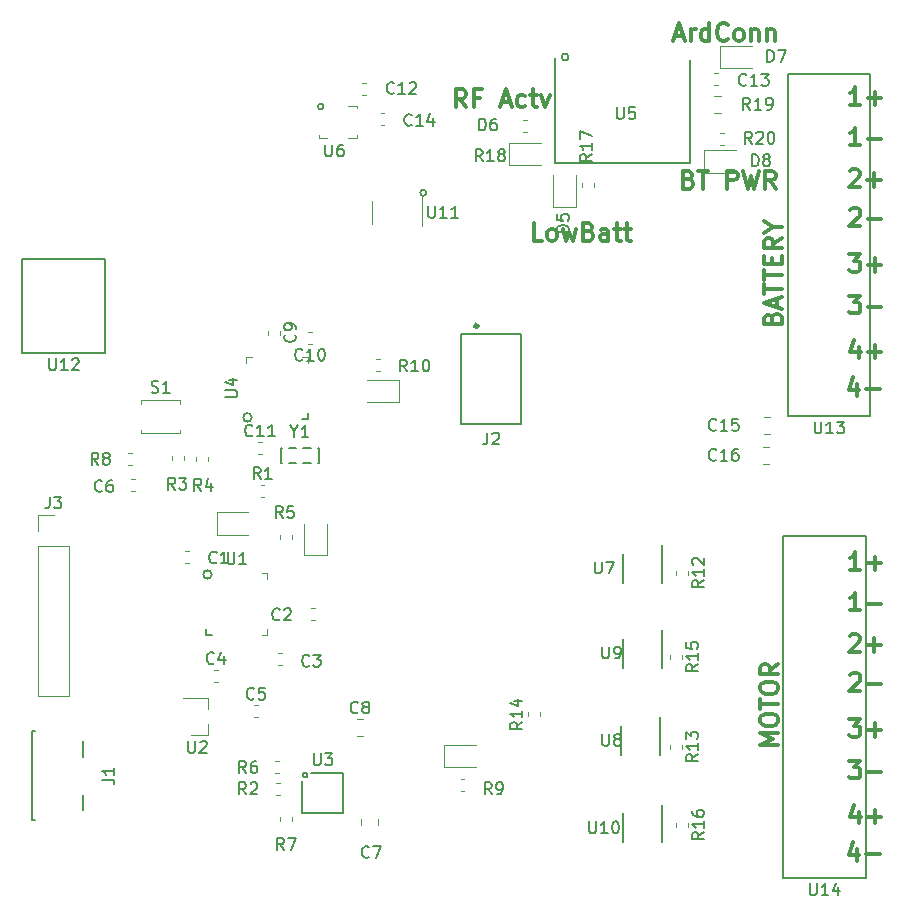
<source format=gbr>
G04 #@! TF.GenerationSoftware,KiCad,Pcbnew,(5.0.2)-1*
G04 #@! TF.CreationDate,2019-04-14T20:35:09-04:00*
G04 #@! TF.ProjectId,final_project,66696e61-6c5f-4707-926f-6a6563742e6b,rev?*
G04 #@! TF.SameCoordinates,Original*
G04 #@! TF.FileFunction,Legend,Top*
G04 #@! TF.FilePolarity,Positive*
%FSLAX46Y46*%
G04 Gerber Fmt 4.6, Leading zero omitted, Abs format (unit mm)*
G04 Created by KiCad (PCBNEW (5.0.2)-1) date 4/14/2019 8:35:09 PM*
%MOMM*%
%LPD*%
G01*
G04 APERTURE LIST*
%ADD10C,0.300000*%
%ADD11C,0.150000*%
%ADD12C,0.120000*%
%ADD13C,0.100000*%
G04 APERTURE END LIST*
D10*
X194157142Y-93023571D02*
X194157142Y-94023571D01*
X193800000Y-92452142D02*
X193442857Y-93523571D01*
X194371428Y-93523571D01*
X194942857Y-93452142D02*
X196085714Y-93452142D01*
X194302142Y-89848571D02*
X194302142Y-90848571D01*
X193945000Y-89277142D02*
X193587857Y-90348571D01*
X194516428Y-90348571D01*
X195087857Y-90277142D02*
X196230714Y-90277142D01*
X195659285Y-90848571D02*
X195659285Y-89705714D01*
X193587857Y-78251428D02*
X193659285Y-78180000D01*
X193802142Y-78108571D01*
X194159285Y-78108571D01*
X194302142Y-78180000D01*
X194373571Y-78251428D01*
X194445000Y-78394285D01*
X194445000Y-78537142D01*
X194373571Y-78751428D01*
X193516428Y-79608571D01*
X194445000Y-79608571D01*
X195087857Y-79037142D02*
X196230714Y-79037142D01*
X193542857Y-74951428D02*
X193614285Y-74880000D01*
X193757142Y-74808571D01*
X194114285Y-74808571D01*
X194257142Y-74880000D01*
X194328571Y-74951428D01*
X194400000Y-75094285D01*
X194400000Y-75237142D01*
X194328571Y-75451428D01*
X193471428Y-76308571D01*
X194400000Y-76308571D01*
X195042857Y-75737142D02*
X196185714Y-75737142D01*
X195614285Y-76308571D02*
X195614285Y-75165714D01*
X193516428Y-85538571D02*
X194445000Y-85538571D01*
X193945000Y-86110000D01*
X194159285Y-86110000D01*
X194302142Y-86181428D01*
X194373571Y-86252857D01*
X194445000Y-86395714D01*
X194445000Y-86752857D01*
X194373571Y-86895714D01*
X194302142Y-86967142D01*
X194159285Y-87038571D01*
X193730714Y-87038571D01*
X193587857Y-86967142D01*
X193516428Y-86895714D01*
X195087857Y-86467142D02*
X196230714Y-86467142D01*
X193516428Y-82008571D02*
X194445000Y-82008571D01*
X193945000Y-82580000D01*
X194159285Y-82580000D01*
X194302142Y-82651428D01*
X194373571Y-82722857D01*
X194445000Y-82865714D01*
X194445000Y-83222857D01*
X194373571Y-83365714D01*
X194302142Y-83437142D01*
X194159285Y-83508571D01*
X193730714Y-83508571D01*
X193587857Y-83437142D01*
X193516428Y-83365714D01*
X195087857Y-82937142D02*
X196230714Y-82937142D01*
X195659285Y-83508571D02*
X195659285Y-82365714D01*
X194445000Y-72808571D02*
X193587857Y-72808571D01*
X194016428Y-72808571D02*
X194016428Y-71308571D01*
X193873571Y-71522857D01*
X193730714Y-71665714D01*
X193587857Y-71737142D01*
X195087857Y-72237142D02*
X196230714Y-72237142D01*
X194445000Y-69408571D02*
X193587857Y-69408571D01*
X194016428Y-69408571D02*
X194016428Y-67908571D01*
X193873571Y-68122857D01*
X193730714Y-68265714D01*
X193587857Y-68337142D01*
X195087857Y-68837142D02*
X196230714Y-68837142D01*
X195659285Y-69408571D02*
X195659285Y-68265714D01*
X194157142Y-132393571D02*
X194157142Y-133393571D01*
X193800000Y-131822142D02*
X193442857Y-132893571D01*
X194371428Y-132893571D01*
X194942857Y-132822142D02*
X196085714Y-132822142D01*
X194302142Y-129218571D02*
X194302142Y-130218571D01*
X193945000Y-128647142D02*
X193587857Y-129718571D01*
X194516428Y-129718571D01*
X195087857Y-129647142D02*
X196230714Y-129647142D01*
X195659285Y-130218571D02*
X195659285Y-129075714D01*
X193516428Y-124908571D02*
X194445000Y-124908571D01*
X193945000Y-125480000D01*
X194159285Y-125480000D01*
X194302142Y-125551428D01*
X194373571Y-125622857D01*
X194445000Y-125765714D01*
X194445000Y-126122857D01*
X194373571Y-126265714D01*
X194302142Y-126337142D01*
X194159285Y-126408571D01*
X193730714Y-126408571D01*
X193587857Y-126337142D01*
X193516428Y-126265714D01*
X195087857Y-125837142D02*
X196230714Y-125837142D01*
X193516428Y-121378571D02*
X194445000Y-121378571D01*
X193945000Y-121950000D01*
X194159285Y-121950000D01*
X194302142Y-122021428D01*
X194373571Y-122092857D01*
X194445000Y-122235714D01*
X194445000Y-122592857D01*
X194373571Y-122735714D01*
X194302142Y-122807142D01*
X194159285Y-122878571D01*
X193730714Y-122878571D01*
X193587857Y-122807142D01*
X193516428Y-122735714D01*
X195087857Y-122307142D02*
X196230714Y-122307142D01*
X195659285Y-122878571D02*
X195659285Y-121735714D01*
X193587857Y-117621428D02*
X193659285Y-117550000D01*
X193802142Y-117478571D01*
X194159285Y-117478571D01*
X194302142Y-117550000D01*
X194373571Y-117621428D01*
X194445000Y-117764285D01*
X194445000Y-117907142D01*
X194373571Y-118121428D01*
X193516428Y-118978571D01*
X194445000Y-118978571D01*
X195087857Y-118407142D02*
X196230714Y-118407142D01*
X193542857Y-114321428D02*
X193614285Y-114250000D01*
X193757142Y-114178571D01*
X194114285Y-114178571D01*
X194257142Y-114250000D01*
X194328571Y-114321428D01*
X194400000Y-114464285D01*
X194400000Y-114607142D01*
X194328571Y-114821428D01*
X193471428Y-115678571D01*
X194400000Y-115678571D01*
X195042857Y-115107142D02*
X196185714Y-115107142D01*
X195614285Y-115678571D02*
X195614285Y-114535714D01*
X194445000Y-112178571D02*
X193587857Y-112178571D01*
X194016428Y-112178571D02*
X194016428Y-110678571D01*
X193873571Y-110892857D01*
X193730714Y-111035714D01*
X193587857Y-111107142D01*
X195087857Y-111607142D02*
X196230714Y-111607142D01*
X194445000Y-108778571D02*
X193587857Y-108778571D01*
X194016428Y-108778571D02*
X194016428Y-107278571D01*
X193873571Y-107492857D01*
X193730714Y-107635714D01*
X193587857Y-107707142D01*
X195087857Y-108207142D02*
X196230714Y-108207142D01*
X195659285Y-108778571D02*
X195659285Y-107635714D01*
X187478571Y-123592857D02*
X185978571Y-123592857D01*
X187050000Y-123092857D01*
X185978571Y-122592857D01*
X187478571Y-122592857D01*
X185978571Y-121592857D02*
X185978571Y-121307142D01*
X186050000Y-121164285D01*
X186192857Y-121021428D01*
X186478571Y-120950000D01*
X186978571Y-120950000D01*
X187264285Y-121021428D01*
X187407142Y-121164285D01*
X187478571Y-121307142D01*
X187478571Y-121592857D01*
X187407142Y-121735714D01*
X187264285Y-121878571D01*
X186978571Y-121950000D01*
X186478571Y-121950000D01*
X186192857Y-121878571D01*
X186050000Y-121735714D01*
X185978571Y-121592857D01*
X185978571Y-120521428D02*
X185978571Y-119664285D01*
X187478571Y-120092857D02*
X185978571Y-120092857D01*
X185978571Y-118878571D02*
X185978571Y-118592857D01*
X186050000Y-118450000D01*
X186192857Y-118307142D01*
X186478571Y-118235714D01*
X186978571Y-118235714D01*
X187264285Y-118307142D01*
X187407142Y-118450000D01*
X187478571Y-118592857D01*
X187478571Y-118878571D01*
X187407142Y-119021428D01*
X187264285Y-119164285D01*
X186978571Y-119235714D01*
X186478571Y-119235714D01*
X186192857Y-119164285D01*
X186050000Y-119021428D01*
X185978571Y-118878571D01*
X187478571Y-116735714D02*
X186764285Y-117235714D01*
X187478571Y-117592857D02*
X185978571Y-117592857D01*
X185978571Y-117021428D01*
X186050000Y-116878571D01*
X186121428Y-116807142D01*
X186264285Y-116735714D01*
X186478571Y-116735714D01*
X186621428Y-116807142D01*
X186692857Y-116878571D01*
X186764285Y-117021428D01*
X186764285Y-117592857D01*
X186992857Y-87450000D02*
X187064285Y-87235714D01*
X187135714Y-87164285D01*
X187278571Y-87092857D01*
X187492857Y-87092857D01*
X187635714Y-87164285D01*
X187707142Y-87235714D01*
X187778571Y-87378571D01*
X187778571Y-87950000D01*
X186278571Y-87950000D01*
X186278571Y-87450000D01*
X186350000Y-87307142D01*
X186421428Y-87235714D01*
X186564285Y-87164285D01*
X186707142Y-87164285D01*
X186850000Y-87235714D01*
X186921428Y-87307142D01*
X186992857Y-87450000D01*
X186992857Y-87950000D01*
X187350000Y-86521428D02*
X187350000Y-85807142D01*
X187778571Y-86664285D02*
X186278571Y-86164285D01*
X187778571Y-85664285D01*
X186278571Y-85378571D02*
X186278571Y-84521428D01*
X187778571Y-84950000D02*
X186278571Y-84950000D01*
X186278571Y-84235714D02*
X186278571Y-83378571D01*
X187778571Y-83807142D02*
X186278571Y-83807142D01*
X186992857Y-82878571D02*
X186992857Y-82378571D01*
X187778571Y-82164285D02*
X187778571Y-82878571D01*
X186278571Y-82878571D01*
X186278571Y-82164285D01*
X187778571Y-80664285D02*
X187064285Y-81164285D01*
X187778571Y-81521428D02*
X186278571Y-81521428D01*
X186278571Y-80950000D01*
X186350000Y-80807142D01*
X186421428Y-80735714D01*
X186564285Y-80664285D01*
X186778571Y-80664285D01*
X186921428Y-80735714D01*
X186992857Y-80807142D01*
X187064285Y-80950000D01*
X187064285Y-81521428D01*
X187064285Y-79735714D02*
X187778571Y-79735714D01*
X186278571Y-80235714D02*
X187064285Y-79735714D01*
X186278571Y-79235714D01*
X179907142Y-75692857D02*
X180121428Y-75764285D01*
X180192857Y-75835714D01*
X180264285Y-75978571D01*
X180264285Y-76192857D01*
X180192857Y-76335714D01*
X180121428Y-76407142D01*
X179978571Y-76478571D01*
X179407142Y-76478571D01*
X179407142Y-74978571D01*
X179907142Y-74978571D01*
X180050000Y-75050000D01*
X180121428Y-75121428D01*
X180192857Y-75264285D01*
X180192857Y-75407142D01*
X180121428Y-75550000D01*
X180050000Y-75621428D01*
X179907142Y-75692857D01*
X179407142Y-75692857D01*
X180692857Y-74978571D02*
X181550000Y-74978571D01*
X181121428Y-76478571D02*
X181121428Y-74978571D01*
X183192857Y-76478571D02*
X183192857Y-74978571D01*
X183764285Y-74978571D01*
X183907142Y-75050000D01*
X183978571Y-75121428D01*
X184050000Y-75264285D01*
X184050000Y-75478571D01*
X183978571Y-75621428D01*
X183907142Y-75692857D01*
X183764285Y-75764285D01*
X183192857Y-75764285D01*
X184550000Y-74978571D02*
X184907142Y-76478571D01*
X185192857Y-75407142D01*
X185478571Y-76478571D01*
X185835714Y-74978571D01*
X187264285Y-76478571D02*
X186764285Y-75764285D01*
X186407142Y-76478571D02*
X186407142Y-74978571D01*
X186978571Y-74978571D01*
X187121428Y-75050000D01*
X187192857Y-75121428D01*
X187264285Y-75264285D01*
X187264285Y-75478571D01*
X187192857Y-75621428D01*
X187121428Y-75692857D01*
X186978571Y-75764285D01*
X186407142Y-75764285D01*
X178714285Y-63550000D02*
X179428571Y-63550000D01*
X178571428Y-63978571D02*
X179071428Y-62478571D01*
X179571428Y-63978571D01*
X180071428Y-63978571D02*
X180071428Y-62978571D01*
X180071428Y-63264285D02*
X180142857Y-63121428D01*
X180214285Y-63050000D01*
X180357142Y-62978571D01*
X180500000Y-62978571D01*
X181642857Y-63978571D02*
X181642857Y-62478571D01*
X181642857Y-63907142D02*
X181500000Y-63978571D01*
X181214285Y-63978571D01*
X181071428Y-63907142D01*
X181000000Y-63835714D01*
X180928571Y-63692857D01*
X180928571Y-63264285D01*
X181000000Y-63121428D01*
X181071428Y-63050000D01*
X181214285Y-62978571D01*
X181500000Y-62978571D01*
X181642857Y-63050000D01*
X183214285Y-63835714D02*
X183142857Y-63907142D01*
X182928571Y-63978571D01*
X182785714Y-63978571D01*
X182571428Y-63907142D01*
X182428571Y-63764285D01*
X182357142Y-63621428D01*
X182285714Y-63335714D01*
X182285714Y-63121428D01*
X182357142Y-62835714D01*
X182428571Y-62692857D01*
X182571428Y-62550000D01*
X182785714Y-62478571D01*
X182928571Y-62478571D01*
X183142857Y-62550000D01*
X183214285Y-62621428D01*
X184071428Y-63978571D02*
X183928571Y-63907142D01*
X183857142Y-63835714D01*
X183785714Y-63692857D01*
X183785714Y-63264285D01*
X183857142Y-63121428D01*
X183928571Y-63050000D01*
X184071428Y-62978571D01*
X184285714Y-62978571D01*
X184428571Y-63050000D01*
X184500000Y-63121428D01*
X184571428Y-63264285D01*
X184571428Y-63692857D01*
X184500000Y-63835714D01*
X184428571Y-63907142D01*
X184285714Y-63978571D01*
X184071428Y-63978571D01*
X185214285Y-62978571D02*
X185214285Y-63978571D01*
X185214285Y-63121428D02*
X185285714Y-63050000D01*
X185428571Y-62978571D01*
X185642857Y-62978571D01*
X185785714Y-63050000D01*
X185857142Y-63192857D01*
X185857142Y-63978571D01*
X186571428Y-62978571D02*
X186571428Y-63978571D01*
X186571428Y-63121428D02*
X186642857Y-63050000D01*
X186785714Y-62978571D01*
X187000000Y-62978571D01*
X187142857Y-63050000D01*
X187214285Y-63192857D01*
X187214285Y-63978571D01*
X161064285Y-69578571D02*
X160564285Y-68864285D01*
X160207142Y-69578571D02*
X160207142Y-68078571D01*
X160778571Y-68078571D01*
X160921428Y-68150000D01*
X160992857Y-68221428D01*
X161064285Y-68364285D01*
X161064285Y-68578571D01*
X160992857Y-68721428D01*
X160921428Y-68792857D01*
X160778571Y-68864285D01*
X160207142Y-68864285D01*
X162207142Y-68792857D02*
X161707142Y-68792857D01*
X161707142Y-69578571D02*
X161707142Y-68078571D01*
X162421428Y-68078571D01*
X164064285Y-69150000D02*
X164778571Y-69150000D01*
X163921428Y-69578571D02*
X164421428Y-68078571D01*
X164921428Y-69578571D01*
X166064285Y-69507142D02*
X165921428Y-69578571D01*
X165635714Y-69578571D01*
X165492857Y-69507142D01*
X165421428Y-69435714D01*
X165350000Y-69292857D01*
X165350000Y-68864285D01*
X165421428Y-68721428D01*
X165492857Y-68650000D01*
X165635714Y-68578571D01*
X165921428Y-68578571D01*
X166064285Y-68650000D01*
X166492857Y-68578571D02*
X167064285Y-68578571D01*
X166707142Y-68078571D02*
X166707142Y-69364285D01*
X166778571Y-69507142D01*
X166921428Y-69578571D01*
X167064285Y-69578571D01*
X167421428Y-68578571D02*
X167778571Y-69578571D01*
X168135714Y-68578571D01*
X167514285Y-80878571D02*
X166800000Y-80878571D01*
X166800000Y-79378571D01*
X168228571Y-80878571D02*
X168085714Y-80807142D01*
X168014285Y-80735714D01*
X167942857Y-80592857D01*
X167942857Y-80164285D01*
X168014285Y-80021428D01*
X168085714Y-79950000D01*
X168228571Y-79878571D01*
X168442857Y-79878571D01*
X168585714Y-79950000D01*
X168657142Y-80021428D01*
X168728571Y-80164285D01*
X168728571Y-80592857D01*
X168657142Y-80735714D01*
X168585714Y-80807142D01*
X168442857Y-80878571D01*
X168228571Y-80878571D01*
X169228571Y-79878571D02*
X169514285Y-80878571D01*
X169800000Y-80164285D01*
X170085714Y-80878571D01*
X170371428Y-79878571D01*
X171442857Y-80092857D02*
X171657142Y-80164285D01*
X171728571Y-80235714D01*
X171800000Y-80378571D01*
X171800000Y-80592857D01*
X171728571Y-80735714D01*
X171657142Y-80807142D01*
X171514285Y-80878571D01*
X170942857Y-80878571D01*
X170942857Y-79378571D01*
X171442857Y-79378571D01*
X171585714Y-79450000D01*
X171657142Y-79521428D01*
X171728571Y-79664285D01*
X171728571Y-79807142D01*
X171657142Y-79950000D01*
X171585714Y-80021428D01*
X171442857Y-80092857D01*
X170942857Y-80092857D01*
X173085714Y-80878571D02*
X173085714Y-80092857D01*
X173014285Y-79950000D01*
X172871428Y-79878571D01*
X172585714Y-79878571D01*
X172442857Y-79950000D01*
X173085714Y-80807142D02*
X172942857Y-80878571D01*
X172585714Y-80878571D01*
X172442857Y-80807142D01*
X172371428Y-80664285D01*
X172371428Y-80521428D01*
X172442857Y-80378571D01*
X172585714Y-80307142D01*
X172942857Y-80307142D01*
X173085714Y-80235714D01*
X173585714Y-79878571D02*
X174157142Y-79878571D01*
X173800000Y-79378571D02*
X173800000Y-80664285D01*
X173871428Y-80807142D01*
X174014285Y-80878571D01*
X174157142Y-80878571D01*
X174442857Y-79878571D02*
X175014285Y-79878571D01*
X174657142Y-79378571D02*
X174657142Y-80664285D01*
X174728571Y-80807142D01*
X174871428Y-80878571D01*
X175014285Y-80878571D01*
D11*
G04 #@! TO.C,U5*
X169737296Y-65334000D02*
G75*
G03X169737296Y-65334000I-295296J0D01*
G01*
X168552000Y-65454000D02*
X168552000Y-74294000D01*
X168552000Y-74294000D02*
X179992000Y-74294000D01*
X179992000Y-74294000D02*
X180012000Y-65574000D01*
G04 #@! TO.C,U8*
X177450000Y-121250000D02*
X177450000Y-124425000D01*
X174150000Y-121975000D02*
X174150000Y-124425000D01*
D12*
G04 #@! TO.C,C13*
X182087922Y-70052000D02*
X182605078Y-70052000D01*
X182087922Y-68632000D02*
X182605078Y-68632000D01*
G04 #@! TO.C,C1*
X137276721Y-107186000D02*
X137602279Y-107186000D01*
X137276721Y-108206000D02*
X137602279Y-108206000D01*
G04 #@! TO.C,C2*
X148270279Y-113032000D02*
X147944721Y-113032000D01*
X148270279Y-112012000D02*
X147944721Y-112012000D01*
G04 #@! TO.C,C3*
X145125221Y-116842000D02*
X145450779Y-116842000D01*
X145125221Y-115822000D02*
X145450779Y-115822000D01*
G04 #@! TO.C,C4*
X139713221Y-117198000D02*
X140038779Y-117198000D01*
X139713221Y-118218000D02*
X140038779Y-118218000D01*
G04 #@! TO.C,C5*
X143113221Y-120198000D02*
X143438779Y-120198000D01*
X143113221Y-121218000D02*
X143438779Y-121218000D01*
G04 #@! TO.C,C6*
X132704721Y-101090000D02*
X133030279Y-101090000D01*
X132704721Y-102110000D02*
X133030279Y-102110000D01*
G04 #@! TO.C,C7*
X152198000Y-129867922D02*
X152198000Y-130385078D01*
X153618000Y-129867922D02*
X153618000Y-130385078D01*
G04 #@! TO.C,C8*
X151817422Y-122818000D02*
X152334578Y-122818000D01*
X151817422Y-121398000D02*
X152334578Y-121398000D01*
G04 #@! TO.C,C9*
X144270000Y-88508721D02*
X144270000Y-88834279D01*
X145290000Y-88508721D02*
X145290000Y-88834279D01*
G04 #@! TO.C,C10*
X148016279Y-88644000D02*
X147690721Y-88644000D01*
X148016279Y-89664000D02*
X147690721Y-89664000D01*
G04 #@! TO.C,C11*
X143449721Y-97915000D02*
X143775279Y-97915000D01*
X143449721Y-98935000D02*
X143775279Y-98935000D01*
G04 #@! TO.C,C12*
X152588279Y-67562000D02*
X152262721Y-67562000D01*
X152588279Y-68582000D02*
X152262721Y-68582000D01*
G04 #@! TO.C,C14*
X153824721Y-71110000D02*
X154150279Y-71110000D01*
X153824721Y-70090000D02*
X154150279Y-70090000D01*
G04 #@! TO.C,C15*
X186255922Y-95810000D02*
X186773078Y-95810000D01*
X186255922Y-97230000D02*
X186773078Y-97230000D01*
G04 #@! TO.C,C16*
X186177422Y-98350000D02*
X186694578Y-98350000D01*
X186177422Y-99770000D02*
X186694578Y-99770000D01*
G04 #@! TO.C,D1*
X142632000Y-103888000D02*
X139947000Y-103888000D01*
X139947000Y-103888000D02*
X139947000Y-105808000D01*
X139947000Y-105808000D02*
X142632000Y-105808000D01*
G04 #@! TO.C,D2*
X147344000Y-104844000D02*
X147344000Y-107529000D01*
X147344000Y-107529000D02*
X149264000Y-107529000D01*
X149264000Y-107529000D02*
X149264000Y-104844000D01*
G04 #@! TO.C,D3*
X159191000Y-125468000D02*
X161876000Y-125468000D01*
X159191000Y-123548000D02*
X159191000Y-125468000D01*
X161876000Y-123548000D02*
X159191000Y-123548000D01*
G04 #@! TO.C,D4*
X155363500Y-92644000D02*
X152678500Y-92644000D01*
X155363500Y-94564000D02*
X155363500Y-92644000D01*
X152678500Y-94564000D02*
X155363500Y-94564000D01*
G04 #@! TO.C,D5*
X170360000Y-78022500D02*
X170360000Y-75337500D01*
X168440000Y-78022500D02*
X170360000Y-78022500D01*
X168440000Y-75337500D02*
X168440000Y-78022500D01*
G04 #@! TO.C,D6*
X167374500Y-72584000D02*
X164689500Y-72584000D01*
X164689500Y-72584000D02*
X164689500Y-74504000D01*
X164689500Y-74504000D02*
X167374500Y-74504000D01*
G04 #@! TO.C,D7*
X185228500Y-64384000D02*
X182543500Y-64384000D01*
X182543500Y-64384000D02*
X182543500Y-66304000D01*
X182543500Y-66304000D02*
X185228500Y-66304000D01*
G04 #@! TO.C,D8*
X181227000Y-75128000D02*
X183912000Y-75128000D01*
X181227000Y-73208000D02*
X181227000Y-75128000D01*
X183912000Y-73208000D02*
X181227000Y-73208000D01*
D11*
G04 #@! TO.C,J1*
X128636000Y-127784000D02*
X128636000Y-129084000D01*
X128636000Y-123284000D02*
X128636000Y-124584000D01*
X124286000Y-129934000D02*
X124586000Y-129934000D01*
X124286000Y-129934000D02*
X124286000Y-122434000D01*
X124286000Y-122434000D02*
X124586000Y-122434000D01*
G04 #@! TO.C,J2*
X160655000Y-88790000D02*
X165735000Y-88790000D01*
X165735000Y-88790000D02*
X165735000Y-96410000D01*
X165735000Y-96410000D02*
X160655000Y-96410000D01*
X160655000Y-96410000D02*
X160655000Y-88790000D01*
D10*
X162075000Y-88100000D02*
G75*
G03X162075000Y-88100000I-150000J0D01*
G01*
D12*
G04 #@! TO.C,J3*
X124806000Y-119454000D02*
X127466000Y-119454000D01*
X124806000Y-106694000D02*
X124806000Y-119454000D01*
X127466000Y-106694000D02*
X127466000Y-119454000D01*
X124806000Y-106694000D02*
X127466000Y-106694000D01*
X124806000Y-105424000D02*
X124806000Y-104094000D01*
X124806000Y-104094000D02*
X126136000Y-104094000D01*
G04 #@! TO.C,R1*
X143669221Y-102558000D02*
X143994779Y-102558000D01*
X143669221Y-101538000D02*
X143994779Y-101538000D01*
G04 #@! TO.C,R2*
X144985221Y-127818000D02*
X145310779Y-127818000D01*
X144985221Y-126798000D02*
X145310779Y-126798000D01*
G04 #@! TO.C,R3*
X137162000Y-99451279D02*
X137162000Y-99125721D01*
X136142000Y-99451279D02*
X136142000Y-99125721D01*
G04 #@! TO.C,R4*
X139194000Y-99502279D02*
X139194000Y-99176721D01*
X138174000Y-99502279D02*
X138174000Y-99176721D01*
G04 #@! TO.C,R5*
X146306000Y-105780721D02*
X146306000Y-106106279D01*
X145286000Y-105780721D02*
X145286000Y-106106279D01*
G04 #@! TO.C,R6*
X145222279Y-125986000D02*
X144896721Y-125986000D01*
X145222279Y-124966000D02*
X144896721Y-124966000D01*
G04 #@! TO.C,R7*
X146306000Y-129656721D02*
X146306000Y-129982279D01*
X145286000Y-129656721D02*
X145286000Y-129982279D01*
G04 #@! TO.C,R8*
X132449721Y-98890000D02*
X132775279Y-98890000D01*
X132449721Y-99910000D02*
X132775279Y-99910000D01*
G04 #@! TO.C,R9*
X160593721Y-127510000D02*
X160919279Y-127510000D01*
X160593721Y-126490000D02*
X160919279Y-126490000D01*
G04 #@! TO.C,R10*
X153791279Y-91914000D02*
X153465721Y-91914000D01*
X153791279Y-90894000D02*
X153465721Y-90894000D01*
G04 #@! TO.C,R12*
X179834000Y-108828721D02*
X179834000Y-109154279D01*
X178814000Y-108828721D02*
X178814000Y-109154279D01*
G04 #@! TO.C,R13*
X178306000Y-123560721D02*
X178306000Y-123886279D01*
X179326000Y-123560721D02*
X179326000Y-123886279D01*
G04 #@! TO.C,R14*
X166290000Y-121150279D02*
X166290000Y-120824721D01*
X167310000Y-121150279D02*
X167310000Y-120824721D01*
G04 #@! TO.C,R15*
X178306000Y-115940721D02*
X178306000Y-116266279D01*
X179326000Y-115940721D02*
X179326000Y-116266279D01*
G04 #@! TO.C,R16*
X179834000Y-130164721D02*
X179834000Y-130490279D01*
X178814000Y-130164721D02*
X178814000Y-130490279D01*
G04 #@! TO.C,R17*
X171910000Y-76350279D02*
X171910000Y-76024721D01*
X170890000Y-76350279D02*
X170890000Y-76024721D01*
G04 #@! TO.C,R18*
X166231279Y-71654000D02*
X165905721Y-71654000D01*
X166231279Y-70634000D02*
X165905721Y-70634000D01*
G04 #@! TO.C,R19*
X182382279Y-67693000D02*
X182056721Y-67693000D01*
X182382279Y-66673000D02*
X182056721Y-66673000D01*
G04 #@! TO.C,R20*
X182564721Y-71753000D02*
X182890279Y-71753000D01*
X182564721Y-72773000D02*
X182890279Y-72773000D01*
G04 #@! TO.C,S1*
X133550000Y-96900000D02*
X133550000Y-97200000D01*
X133550000Y-97200000D02*
X136850000Y-97200000D01*
X136850000Y-97200000D02*
X136850000Y-96900000D01*
X133550000Y-94700000D02*
X133550000Y-94400000D01*
X133550000Y-94400000D02*
X136850000Y-94400000D01*
X136850000Y-94400000D02*
X136850000Y-94700000D01*
G04 #@! TO.C,U1*
X143767000Y-109038000D02*
X144242000Y-109038000D01*
X144242000Y-109038000D02*
X144242000Y-109513000D01*
X143767000Y-114258000D02*
X144242000Y-114258000D01*
X144242000Y-114258000D02*
X144242000Y-113783000D01*
D11*
X139521659Y-109148000D02*
G75*
G03X139521659Y-109148000I-359659J0D01*
G01*
X139522000Y-114258000D02*
X139012000Y-114258000D01*
X139012000Y-114258000D02*
X139012000Y-113798000D01*
D12*
G04 #@! TO.C,U2*
X139236000Y-122738000D02*
X139236000Y-121808000D01*
X139236000Y-119578000D02*
X139236000Y-120508000D01*
X139236000Y-119578000D02*
X137076000Y-119578000D01*
X139236000Y-122738000D02*
X137776000Y-122738000D01*
D11*
G04 #@! TO.C,U3*
X147643133Y-126133001D02*
G75*
G03X147643133Y-126133001I-212132J0D01*
G01*
X150631001Y-129333001D02*
X147131001Y-129333001D01*
X147131001Y-129333001D02*
X147131001Y-126633001D01*
X150631001Y-129333001D02*
X150631001Y-125933001D01*
X150631001Y-125933001D02*
X147931001Y-125933001D01*
D12*
G04 #@! TO.C,U4*
X142440000Y-91227500D02*
X142440000Y-90752500D01*
X142440000Y-90752500D02*
X142915000Y-90752500D01*
X147660000Y-91227500D02*
X147660000Y-90752500D01*
X147660000Y-90752500D02*
X147185000Y-90752500D01*
D11*
X142910001Y-95842500D02*
G75*
G03X142910001Y-95842500I-359659J0D01*
G01*
X147650000Y-95462500D02*
X147650000Y-95962500D01*
X147650000Y-95962500D02*
X147150000Y-95962500D01*
D13*
G04 #@! TO.C,U6*
X148600000Y-72150000D02*
X149320000Y-72150000D01*
X148600000Y-72150000D02*
X148600000Y-71930000D01*
X151800000Y-71930000D02*
X151800000Y-72150000D01*
X151800000Y-72150000D02*
X151080000Y-72150000D01*
X151080000Y-69450000D02*
X151800000Y-69450000D01*
X151800000Y-69450000D02*
X151800000Y-69670000D01*
D11*
X148988537Y-69530000D02*
G75*
G03X148988537Y-69530000I-238537J0D01*
G01*
G04 #@! TO.C,U7*
X177650000Y-106650000D02*
X177650000Y-109825000D01*
X174350000Y-107375000D02*
X174350000Y-109825000D01*
G04 #@! TO.C,U9*
X174350000Y-114575000D02*
X174350000Y-117025000D01*
X177650000Y-113850000D02*
X177650000Y-117025000D01*
G04 #@! TO.C,U10*
X174350000Y-129375000D02*
X174350000Y-131825000D01*
X177650000Y-128650000D02*
X177650000Y-131825000D01*
D12*
G04 #@! TO.C,U11*
X153100000Y-79500000D02*
X153100000Y-77500000D01*
X157290000Y-79670000D02*
X157290000Y-77170000D01*
D11*
X157698070Y-76830000D02*
G75*
G03X157698070Y-76830000I-258070J0D01*
G01*
G04 #@! TO.C,U12*
X123500000Y-82400000D02*
X130500000Y-82400000D01*
X130500000Y-82400000D02*
X130500000Y-90400000D01*
X130500000Y-90400000D02*
X123500000Y-90400000D01*
X123500000Y-90400000D02*
X123500000Y-82400000D01*
G04 #@! TO.C,U13*
X188300000Y-95750000D02*
X188300000Y-66750000D01*
X195300000Y-95750000D02*
X188300000Y-95750000D01*
X195300000Y-66750000D02*
X195300000Y-95750000D01*
X188300000Y-66750000D02*
X195300000Y-66750000D01*
G04 #@! TO.C,U14*
X187900000Y-105850000D02*
X194900000Y-105850000D01*
X194900000Y-105850000D02*
X194900000Y-134850000D01*
X194900000Y-134850000D02*
X187900000Y-134850000D01*
X187900000Y-134850000D02*
X187900000Y-105850000D01*
G04 #@! TO.C,Y1*
X145396000Y-99710000D02*
X145396000Y-98410000D01*
X148596000Y-99710000D02*
X148596000Y-98410000D01*
X146696000Y-99710000D02*
X146096000Y-99710000D01*
X146696000Y-98410000D02*
X146096000Y-98410000D01*
X147296000Y-99710000D02*
X147896000Y-99710000D01*
X147296000Y-98410000D02*
X147896000Y-98410000D01*
X148496000Y-99710000D02*
X148596000Y-99710000D01*
X148496000Y-98410000D02*
X148596000Y-98410000D01*
X145496000Y-99710000D02*
X145396000Y-99710000D01*
X145496000Y-98410000D02*
X145396000Y-98410000D01*
G04 #@! TO.C,U5*
X173820095Y-69576380D02*
X173820095Y-70385904D01*
X173867714Y-70481142D01*
X173915333Y-70528761D01*
X174010571Y-70576380D01*
X174201047Y-70576380D01*
X174296285Y-70528761D01*
X174343904Y-70481142D01*
X174391523Y-70385904D01*
X174391523Y-69576380D01*
X175343904Y-69576380D02*
X174867714Y-69576380D01*
X174820095Y-70052571D01*
X174867714Y-70004952D01*
X174962952Y-69957333D01*
X175201047Y-69957333D01*
X175296285Y-70004952D01*
X175343904Y-70052571D01*
X175391523Y-70147809D01*
X175391523Y-70385904D01*
X175343904Y-70481142D01*
X175296285Y-70528761D01*
X175201047Y-70576380D01*
X174962952Y-70576380D01*
X174867714Y-70528761D01*
X174820095Y-70481142D01*
G04 #@! TO.C,U8*
X172593095Y-122652380D02*
X172593095Y-123461904D01*
X172640714Y-123557142D01*
X172688333Y-123604761D01*
X172783571Y-123652380D01*
X172974047Y-123652380D01*
X173069285Y-123604761D01*
X173116904Y-123557142D01*
X173164523Y-123461904D01*
X173164523Y-122652380D01*
X173783571Y-123080952D02*
X173688333Y-123033333D01*
X173640714Y-122985714D01*
X173593095Y-122890476D01*
X173593095Y-122842857D01*
X173640714Y-122747619D01*
X173688333Y-122700000D01*
X173783571Y-122652380D01*
X173974047Y-122652380D01*
X174069285Y-122700000D01*
X174116904Y-122747619D01*
X174164523Y-122842857D01*
X174164523Y-122890476D01*
X174116904Y-122985714D01*
X174069285Y-123033333D01*
X173974047Y-123080952D01*
X173783571Y-123080952D01*
X173688333Y-123128571D01*
X173640714Y-123176190D01*
X173593095Y-123271428D01*
X173593095Y-123461904D01*
X173640714Y-123557142D01*
X173688333Y-123604761D01*
X173783571Y-123652380D01*
X173974047Y-123652380D01*
X174069285Y-123604761D01*
X174116904Y-123557142D01*
X174164523Y-123461904D01*
X174164523Y-123271428D01*
X174116904Y-123176190D01*
X174069285Y-123128571D01*
X173974047Y-123080952D01*
G04 #@! TO.C,C13*
X184777142Y-67667142D02*
X184729523Y-67714761D01*
X184586666Y-67762380D01*
X184491428Y-67762380D01*
X184348571Y-67714761D01*
X184253333Y-67619523D01*
X184205714Y-67524285D01*
X184158095Y-67333809D01*
X184158095Y-67190952D01*
X184205714Y-67000476D01*
X184253333Y-66905238D01*
X184348571Y-66810000D01*
X184491428Y-66762380D01*
X184586666Y-66762380D01*
X184729523Y-66810000D01*
X184777142Y-66857619D01*
X185729523Y-67762380D02*
X185158095Y-67762380D01*
X185443809Y-67762380D02*
X185443809Y-66762380D01*
X185348571Y-66905238D01*
X185253333Y-67000476D01*
X185158095Y-67048095D01*
X186062857Y-66762380D02*
X186681904Y-66762380D01*
X186348571Y-67143333D01*
X186491428Y-67143333D01*
X186586666Y-67190952D01*
X186634285Y-67238571D01*
X186681904Y-67333809D01*
X186681904Y-67571904D01*
X186634285Y-67667142D01*
X186586666Y-67714761D01*
X186491428Y-67762380D01*
X186205714Y-67762380D01*
X186110476Y-67714761D01*
X186062857Y-67667142D01*
G04 #@! TO.C,C1*
X139940833Y-108105142D02*
X139893214Y-108152761D01*
X139750357Y-108200380D01*
X139655119Y-108200380D01*
X139512261Y-108152761D01*
X139417023Y-108057523D01*
X139369404Y-107962285D01*
X139321785Y-107771809D01*
X139321785Y-107628952D01*
X139369404Y-107438476D01*
X139417023Y-107343238D01*
X139512261Y-107248000D01*
X139655119Y-107200380D01*
X139750357Y-107200380D01*
X139893214Y-107248000D01*
X139940833Y-107295619D01*
X140893214Y-108200380D02*
X140321785Y-108200380D01*
X140607500Y-108200380D02*
X140607500Y-107200380D01*
X140512261Y-107343238D01*
X140417023Y-107438476D01*
X140321785Y-107486095D01*
G04 #@! TO.C,C2*
X145272833Y-112927142D02*
X145225214Y-112974761D01*
X145082357Y-113022380D01*
X144987119Y-113022380D01*
X144844261Y-112974761D01*
X144749023Y-112879523D01*
X144701404Y-112784285D01*
X144653785Y-112593809D01*
X144653785Y-112450952D01*
X144701404Y-112260476D01*
X144749023Y-112165238D01*
X144844261Y-112070000D01*
X144987119Y-112022380D01*
X145082357Y-112022380D01*
X145225214Y-112070000D01*
X145272833Y-112117619D01*
X145653785Y-112117619D02*
X145701404Y-112070000D01*
X145796642Y-112022380D01*
X146034738Y-112022380D01*
X146129976Y-112070000D01*
X146177595Y-112117619D01*
X146225214Y-112212857D01*
X146225214Y-112308095D01*
X146177595Y-112450952D01*
X145606166Y-113022380D01*
X146225214Y-113022380D01*
G04 #@! TO.C,C3*
X147789333Y-116841142D02*
X147741714Y-116888761D01*
X147598857Y-116936380D01*
X147503619Y-116936380D01*
X147360761Y-116888761D01*
X147265523Y-116793523D01*
X147217904Y-116698285D01*
X147170285Y-116507809D01*
X147170285Y-116364952D01*
X147217904Y-116174476D01*
X147265523Y-116079238D01*
X147360761Y-115984000D01*
X147503619Y-115936380D01*
X147598857Y-115936380D01*
X147741714Y-115984000D01*
X147789333Y-116031619D01*
X148122666Y-115936380D02*
X148741714Y-115936380D01*
X148408380Y-116317333D01*
X148551238Y-116317333D01*
X148646476Y-116364952D01*
X148694095Y-116412571D01*
X148741714Y-116507809D01*
X148741714Y-116745904D01*
X148694095Y-116841142D01*
X148646476Y-116888761D01*
X148551238Y-116936380D01*
X148265523Y-116936380D01*
X148170285Y-116888761D01*
X148122666Y-116841142D01*
G04 #@! TO.C,C4*
X139709333Y-116635142D02*
X139661714Y-116682761D01*
X139518857Y-116730380D01*
X139423619Y-116730380D01*
X139280761Y-116682761D01*
X139185523Y-116587523D01*
X139137904Y-116492285D01*
X139090285Y-116301809D01*
X139090285Y-116158952D01*
X139137904Y-115968476D01*
X139185523Y-115873238D01*
X139280761Y-115778000D01*
X139423619Y-115730380D01*
X139518857Y-115730380D01*
X139661714Y-115778000D01*
X139709333Y-115825619D01*
X140566476Y-116063714D02*
X140566476Y-116730380D01*
X140328380Y-115682761D02*
X140090285Y-116397047D01*
X140709333Y-116397047D01*
G04 #@! TO.C,C5*
X143109333Y-119635142D02*
X143061714Y-119682761D01*
X142918857Y-119730380D01*
X142823619Y-119730380D01*
X142680761Y-119682761D01*
X142585523Y-119587523D01*
X142537904Y-119492285D01*
X142490285Y-119301809D01*
X142490285Y-119158952D01*
X142537904Y-118968476D01*
X142585523Y-118873238D01*
X142680761Y-118778000D01*
X142823619Y-118730380D01*
X142918857Y-118730380D01*
X143061714Y-118778000D01*
X143109333Y-118825619D01*
X144014095Y-118730380D02*
X143537904Y-118730380D01*
X143490285Y-119206571D01*
X143537904Y-119158952D01*
X143633142Y-119111333D01*
X143871238Y-119111333D01*
X143966476Y-119158952D01*
X144014095Y-119206571D01*
X144061714Y-119301809D01*
X144061714Y-119539904D01*
X144014095Y-119635142D01*
X143966476Y-119682761D01*
X143871238Y-119730380D01*
X143633142Y-119730380D01*
X143537904Y-119682761D01*
X143490285Y-119635142D01*
G04 #@! TO.C,C6*
X130233333Y-102057142D02*
X130185714Y-102104761D01*
X130042857Y-102152380D01*
X129947619Y-102152380D01*
X129804761Y-102104761D01*
X129709523Y-102009523D01*
X129661904Y-101914285D01*
X129614285Y-101723809D01*
X129614285Y-101580952D01*
X129661904Y-101390476D01*
X129709523Y-101295238D01*
X129804761Y-101200000D01*
X129947619Y-101152380D01*
X130042857Y-101152380D01*
X130185714Y-101200000D01*
X130233333Y-101247619D01*
X131090476Y-101152380D02*
X130900000Y-101152380D01*
X130804761Y-101200000D01*
X130757142Y-101247619D01*
X130661904Y-101390476D01*
X130614285Y-101580952D01*
X130614285Y-101961904D01*
X130661904Y-102057142D01*
X130709523Y-102104761D01*
X130804761Y-102152380D01*
X130995238Y-102152380D01*
X131090476Y-102104761D01*
X131138095Y-102057142D01*
X131185714Y-101961904D01*
X131185714Y-101723809D01*
X131138095Y-101628571D01*
X131090476Y-101580952D01*
X130995238Y-101533333D01*
X130804761Y-101533333D01*
X130709523Y-101580952D01*
X130661904Y-101628571D01*
X130614285Y-101723809D01*
G04 #@! TO.C,C7*
X152833333Y-133057142D02*
X152785714Y-133104761D01*
X152642857Y-133152380D01*
X152547619Y-133152380D01*
X152404761Y-133104761D01*
X152309523Y-133009523D01*
X152261904Y-132914285D01*
X152214285Y-132723809D01*
X152214285Y-132580952D01*
X152261904Y-132390476D01*
X152309523Y-132295238D01*
X152404761Y-132200000D01*
X152547619Y-132152380D01*
X152642857Y-132152380D01*
X152785714Y-132200000D01*
X152833333Y-132247619D01*
X153166666Y-132152380D02*
X153833333Y-132152380D01*
X153404761Y-133152380D01*
G04 #@! TO.C,C8*
X151909333Y-120815142D02*
X151861714Y-120862761D01*
X151718857Y-120910380D01*
X151623619Y-120910380D01*
X151480761Y-120862761D01*
X151385523Y-120767523D01*
X151337904Y-120672285D01*
X151290285Y-120481809D01*
X151290285Y-120338952D01*
X151337904Y-120148476D01*
X151385523Y-120053238D01*
X151480761Y-119958000D01*
X151623619Y-119910380D01*
X151718857Y-119910380D01*
X151861714Y-119958000D01*
X151909333Y-120005619D01*
X152480761Y-120338952D02*
X152385523Y-120291333D01*
X152337904Y-120243714D01*
X152290285Y-120148476D01*
X152290285Y-120100857D01*
X152337904Y-120005619D01*
X152385523Y-119958000D01*
X152480761Y-119910380D01*
X152671238Y-119910380D01*
X152766476Y-119958000D01*
X152814095Y-120005619D01*
X152861714Y-120100857D01*
X152861714Y-120148476D01*
X152814095Y-120243714D01*
X152766476Y-120291333D01*
X152671238Y-120338952D01*
X152480761Y-120338952D01*
X152385523Y-120386571D01*
X152337904Y-120434190D01*
X152290285Y-120529428D01*
X152290285Y-120719904D01*
X152337904Y-120815142D01*
X152385523Y-120862761D01*
X152480761Y-120910380D01*
X152671238Y-120910380D01*
X152766476Y-120862761D01*
X152814095Y-120815142D01*
X152861714Y-120719904D01*
X152861714Y-120529428D01*
X152814095Y-120434190D01*
X152766476Y-120386571D01*
X152671238Y-120338952D01*
G04 #@! TO.C,C9*
X146567142Y-88838166D02*
X146614761Y-88885785D01*
X146662380Y-89028642D01*
X146662380Y-89123880D01*
X146614761Y-89266738D01*
X146519523Y-89361976D01*
X146424285Y-89409595D01*
X146233809Y-89457214D01*
X146090952Y-89457214D01*
X145900476Y-89409595D01*
X145805238Y-89361976D01*
X145710000Y-89266738D01*
X145662380Y-89123880D01*
X145662380Y-89028642D01*
X145710000Y-88885785D01*
X145757619Y-88838166D01*
X146662380Y-88361976D02*
X146662380Y-88171500D01*
X146614761Y-88076261D01*
X146567142Y-88028642D01*
X146424285Y-87933404D01*
X146233809Y-87885785D01*
X145852857Y-87885785D01*
X145757619Y-87933404D01*
X145710000Y-87981023D01*
X145662380Y-88076261D01*
X145662380Y-88266738D01*
X145710000Y-88361976D01*
X145757619Y-88409595D01*
X145852857Y-88457214D01*
X146090952Y-88457214D01*
X146186190Y-88409595D01*
X146233809Y-88361976D01*
X146281428Y-88266738D01*
X146281428Y-88076261D01*
X146233809Y-87981023D01*
X146186190Y-87933404D01*
X146090952Y-87885785D01*
G04 #@! TO.C,C10*
X147210642Y-90941142D02*
X147163023Y-90988761D01*
X147020166Y-91036380D01*
X146924928Y-91036380D01*
X146782071Y-90988761D01*
X146686833Y-90893523D01*
X146639214Y-90798285D01*
X146591595Y-90607809D01*
X146591595Y-90464952D01*
X146639214Y-90274476D01*
X146686833Y-90179238D01*
X146782071Y-90084000D01*
X146924928Y-90036380D01*
X147020166Y-90036380D01*
X147163023Y-90084000D01*
X147210642Y-90131619D01*
X148163023Y-91036380D02*
X147591595Y-91036380D01*
X147877309Y-91036380D02*
X147877309Y-90036380D01*
X147782071Y-90179238D01*
X147686833Y-90274476D01*
X147591595Y-90322095D01*
X148782071Y-90036380D02*
X148877309Y-90036380D01*
X148972547Y-90084000D01*
X149020166Y-90131619D01*
X149067785Y-90226857D01*
X149115404Y-90417333D01*
X149115404Y-90655428D01*
X149067785Y-90845904D01*
X149020166Y-90941142D01*
X148972547Y-90988761D01*
X148877309Y-91036380D01*
X148782071Y-91036380D01*
X148686833Y-90988761D01*
X148639214Y-90941142D01*
X148591595Y-90845904D01*
X148543976Y-90655428D01*
X148543976Y-90417333D01*
X148591595Y-90226857D01*
X148639214Y-90131619D01*
X148686833Y-90084000D01*
X148782071Y-90036380D01*
G04 #@! TO.C,C11*
X142969642Y-97352142D02*
X142922023Y-97399761D01*
X142779166Y-97447380D01*
X142683928Y-97447380D01*
X142541071Y-97399761D01*
X142445833Y-97304523D01*
X142398214Y-97209285D01*
X142350595Y-97018809D01*
X142350595Y-96875952D01*
X142398214Y-96685476D01*
X142445833Y-96590238D01*
X142541071Y-96495000D01*
X142683928Y-96447380D01*
X142779166Y-96447380D01*
X142922023Y-96495000D01*
X142969642Y-96542619D01*
X143922023Y-97447380D02*
X143350595Y-97447380D01*
X143636309Y-97447380D02*
X143636309Y-96447380D01*
X143541071Y-96590238D01*
X143445833Y-96685476D01*
X143350595Y-96733095D01*
X144874404Y-97447380D02*
X144302976Y-97447380D01*
X144588690Y-97447380D02*
X144588690Y-96447380D01*
X144493452Y-96590238D01*
X144398214Y-96685476D01*
X144302976Y-96733095D01*
G04 #@! TO.C,C12*
X154957142Y-68357142D02*
X154909523Y-68404761D01*
X154766666Y-68452380D01*
X154671428Y-68452380D01*
X154528571Y-68404761D01*
X154433333Y-68309523D01*
X154385714Y-68214285D01*
X154338095Y-68023809D01*
X154338095Y-67880952D01*
X154385714Y-67690476D01*
X154433333Y-67595238D01*
X154528571Y-67500000D01*
X154671428Y-67452380D01*
X154766666Y-67452380D01*
X154909523Y-67500000D01*
X154957142Y-67547619D01*
X155909523Y-68452380D02*
X155338095Y-68452380D01*
X155623809Y-68452380D02*
X155623809Y-67452380D01*
X155528571Y-67595238D01*
X155433333Y-67690476D01*
X155338095Y-67738095D01*
X156290476Y-67547619D02*
X156338095Y-67500000D01*
X156433333Y-67452380D01*
X156671428Y-67452380D01*
X156766666Y-67500000D01*
X156814285Y-67547619D01*
X156861904Y-67642857D01*
X156861904Y-67738095D01*
X156814285Y-67880952D01*
X156242857Y-68452380D01*
X156861904Y-68452380D01*
G04 #@! TO.C,C14*
X156457142Y-71057142D02*
X156409523Y-71104761D01*
X156266666Y-71152380D01*
X156171428Y-71152380D01*
X156028571Y-71104761D01*
X155933333Y-71009523D01*
X155885714Y-70914285D01*
X155838095Y-70723809D01*
X155838095Y-70580952D01*
X155885714Y-70390476D01*
X155933333Y-70295238D01*
X156028571Y-70200000D01*
X156171428Y-70152380D01*
X156266666Y-70152380D01*
X156409523Y-70200000D01*
X156457142Y-70247619D01*
X157409523Y-71152380D02*
X156838095Y-71152380D01*
X157123809Y-71152380D02*
X157123809Y-70152380D01*
X157028571Y-70295238D01*
X156933333Y-70390476D01*
X156838095Y-70438095D01*
X158266666Y-70485714D02*
X158266666Y-71152380D01*
X158028571Y-70104761D02*
X157790476Y-70819047D01*
X158409523Y-70819047D01*
G04 #@! TO.C,C15*
X182237142Y-96877142D02*
X182189523Y-96924761D01*
X182046666Y-96972380D01*
X181951428Y-96972380D01*
X181808571Y-96924761D01*
X181713333Y-96829523D01*
X181665714Y-96734285D01*
X181618095Y-96543809D01*
X181618095Y-96400952D01*
X181665714Y-96210476D01*
X181713333Y-96115238D01*
X181808571Y-96020000D01*
X181951428Y-95972380D01*
X182046666Y-95972380D01*
X182189523Y-96020000D01*
X182237142Y-96067619D01*
X183189523Y-96972380D02*
X182618095Y-96972380D01*
X182903809Y-96972380D02*
X182903809Y-95972380D01*
X182808571Y-96115238D01*
X182713333Y-96210476D01*
X182618095Y-96258095D01*
X184094285Y-95972380D02*
X183618095Y-95972380D01*
X183570476Y-96448571D01*
X183618095Y-96400952D01*
X183713333Y-96353333D01*
X183951428Y-96353333D01*
X184046666Y-96400952D01*
X184094285Y-96448571D01*
X184141904Y-96543809D01*
X184141904Y-96781904D01*
X184094285Y-96877142D01*
X184046666Y-96924761D01*
X183951428Y-96972380D01*
X183713333Y-96972380D01*
X183618095Y-96924761D01*
X183570476Y-96877142D01*
G04 #@! TO.C,C16*
X182237142Y-99417142D02*
X182189523Y-99464761D01*
X182046666Y-99512380D01*
X181951428Y-99512380D01*
X181808571Y-99464761D01*
X181713333Y-99369523D01*
X181665714Y-99274285D01*
X181618095Y-99083809D01*
X181618095Y-98940952D01*
X181665714Y-98750476D01*
X181713333Y-98655238D01*
X181808571Y-98560000D01*
X181951428Y-98512380D01*
X182046666Y-98512380D01*
X182189523Y-98560000D01*
X182237142Y-98607619D01*
X183189523Y-99512380D02*
X182618095Y-99512380D01*
X182903809Y-99512380D02*
X182903809Y-98512380D01*
X182808571Y-98655238D01*
X182713333Y-98750476D01*
X182618095Y-98798095D01*
X184046666Y-98512380D02*
X183856190Y-98512380D01*
X183760952Y-98560000D01*
X183713333Y-98607619D01*
X183618095Y-98750476D01*
X183570476Y-98940952D01*
X183570476Y-99321904D01*
X183618095Y-99417142D01*
X183665714Y-99464761D01*
X183760952Y-99512380D01*
X183951428Y-99512380D01*
X184046666Y-99464761D01*
X184094285Y-99417142D01*
X184141904Y-99321904D01*
X184141904Y-99083809D01*
X184094285Y-98988571D01*
X184046666Y-98940952D01*
X183951428Y-98893333D01*
X183760952Y-98893333D01*
X183665714Y-98940952D01*
X183618095Y-98988571D01*
X183570476Y-99083809D01*
G04 #@! TO.C,D5*
X169752380Y-80138095D02*
X168752380Y-80138095D01*
X168752380Y-79900000D01*
X168800000Y-79757142D01*
X168895238Y-79661904D01*
X168990476Y-79614285D01*
X169180952Y-79566666D01*
X169323809Y-79566666D01*
X169514285Y-79614285D01*
X169609523Y-79661904D01*
X169704761Y-79757142D01*
X169752380Y-79900000D01*
X169752380Y-80138095D01*
X168752380Y-78661904D02*
X168752380Y-79138095D01*
X169228571Y-79185714D01*
X169180952Y-79138095D01*
X169133333Y-79042857D01*
X169133333Y-78804761D01*
X169180952Y-78709523D01*
X169228571Y-78661904D01*
X169323809Y-78614285D01*
X169561904Y-78614285D01*
X169657142Y-78661904D01*
X169704761Y-78709523D01*
X169752380Y-78804761D01*
X169752380Y-79042857D01*
X169704761Y-79138095D01*
X169657142Y-79185714D01*
G04 #@! TO.C,D6*
X162161904Y-71552380D02*
X162161904Y-70552380D01*
X162400000Y-70552380D01*
X162542857Y-70600000D01*
X162638095Y-70695238D01*
X162685714Y-70790476D01*
X162733333Y-70980952D01*
X162733333Y-71123809D01*
X162685714Y-71314285D01*
X162638095Y-71409523D01*
X162542857Y-71504761D01*
X162400000Y-71552380D01*
X162161904Y-71552380D01*
X163590476Y-70552380D02*
X163400000Y-70552380D01*
X163304761Y-70600000D01*
X163257142Y-70647619D01*
X163161904Y-70790476D01*
X163114285Y-70980952D01*
X163114285Y-71361904D01*
X163161904Y-71457142D01*
X163209523Y-71504761D01*
X163304761Y-71552380D01*
X163495238Y-71552380D01*
X163590476Y-71504761D01*
X163638095Y-71457142D01*
X163685714Y-71361904D01*
X163685714Y-71123809D01*
X163638095Y-71028571D01*
X163590476Y-70980952D01*
X163495238Y-70933333D01*
X163304761Y-70933333D01*
X163209523Y-70980952D01*
X163161904Y-71028571D01*
X163114285Y-71123809D01*
G04 #@! TO.C,D7*
X186578404Y-65752380D02*
X186578404Y-64752380D01*
X186816500Y-64752380D01*
X186959357Y-64800000D01*
X187054595Y-64895238D01*
X187102214Y-64990476D01*
X187149833Y-65180952D01*
X187149833Y-65323809D01*
X187102214Y-65514285D01*
X187054595Y-65609523D01*
X186959357Y-65704761D01*
X186816500Y-65752380D01*
X186578404Y-65752380D01*
X187483166Y-64752380D02*
X188149833Y-64752380D01*
X187721261Y-65752380D01*
G04 #@! TO.C,D8*
X185261904Y-74576380D02*
X185261904Y-73576380D01*
X185500000Y-73576380D01*
X185642857Y-73624000D01*
X185738095Y-73719238D01*
X185785714Y-73814476D01*
X185833333Y-74004952D01*
X185833333Y-74147809D01*
X185785714Y-74338285D01*
X185738095Y-74433523D01*
X185642857Y-74528761D01*
X185500000Y-74576380D01*
X185261904Y-74576380D01*
X186404761Y-74004952D02*
X186309523Y-73957333D01*
X186261904Y-73909714D01*
X186214285Y-73814476D01*
X186214285Y-73766857D01*
X186261904Y-73671619D01*
X186309523Y-73624000D01*
X186404761Y-73576380D01*
X186595238Y-73576380D01*
X186690476Y-73624000D01*
X186738095Y-73671619D01*
X186785714Y-73766857D01*
X186785714Y-73814476D01*
X186738095Y-73909714D01*
X186690476Y-73957333D01*
X186595238Y-74004952D01*
X186404761Y-74004952D01*
X186309523Y-74052571D01*
X186261904Y-74100190D01*
X186214285Y-74195428D01*
X186214285Y-74385904D01*
X186261904Y-74481142D01*
X186309523Y-74528761D01*
X186404761Y-74576380D01*
X186595238Y-74576380D01*
X186690476Y-74528761D01*
X186738095Y-74481142D01*
X186785714Y-74385904D01*
X186785714Y-74195428D01*
X186738095Y-74100190D01*
X186690476Y-74052571D01*
X186595238Y-74004952D01*
G04 #@! TO.C,J1*
X130268380Y-126517333D02*
X130982666Y-126517333D01*
X131125523Y-126564952D01*
X131220761Y-126660190D01*
X131268380Y-126803047D01*
X131268380Y-126898285D01*
X131268380Y-125517333D02*
X131268380Y-126088761D01*
X131268380Y-125803047D02*
X130268380Y-125803047D01*
X130411238Y-125898285D01*
X130506476Y-125993523D01*
X130554095Y-126088761D01*
G04 #@! TO.C,J2*
X162861666Y-97132380D02*
X162861666Y-97846666D01*
X162814047Y-97989523D01*
X162718809Y-98084761D01*
X162575952Y-98132380D01*
X162480714Y-98132380D01*
X163290238Y-97227619D02*
X163337857Y-97180000D01*
X163433095Y-97132380D01*
X163671190Y-97132380D01*
X163766428Y-97180000D01*
X163814047Y-97227619D01*
X163861666Y-97322857D01*
X163861666Y-97418095D01*
X163814047Y-97560952D01*
X163242619Y-98132380D01*
X163861666Y-98132380D01*
G04 #@! TO.C,J3*
X125802666Y-102546380D02*
X125802666Y-103260666D01*
X125755047Y-103403523D01*
X125659809Y-103498761D01*
X125516952Y-103546380D01*
X125421714Y-103546380D01*
X126183619Y-102546380D02*
X126802666Y-102546380D01*
X126469333Y-102927333D01*
X126612190Y-102927333D01*
X126707428Y-102974952D01*
X126755047Y-103022571D01*
X126802666Y-103117809D01*
X126802666Y-103355904D01*
X126755047Y-103451142D01*
X126707428Y-103498761D01*
X126612190Y-103546380D01*
X126326476Y-103546380D01*
X126231238Y-103498761D01*
X126183619Y-103451142D01*
G04 #@! TO.C,R1*
X143665333Y-101070380D02*
X143332000Y-100594190D01*
X143093904Y-101070380D02*
X143093904Y-100070380D01*
X143474857Y-100070380D01*
X143570095Y-100118000D01*
X143617714Y-100165619D01*
X143665333Y-100260857D01*
X143665333Y-100403714D01*
X143617714Y-100498952D01*
X143570095Y-100546571D01*
X143474857Y-100594190D01*
X143093904Y-100594190D01*
X144617714Y-101070380D02*
X144046285Y-101070380D01*
X144332000Y-101070380D02*
X144332000Y-100070380D01*
X144236761Y-100213238D01*
X144141523Y-100308476D01*
X144046285Y-100356095D01*
G04 #@! TO.C,R2*
X142433333Y-127752380D02*
X142100000Y-127276190D01*
X141861904Y-127752380D02*
X141861904Y-126752380D01*
X142242857Y-126752380D01*
X142338095Y-126800000D01*
X142385714Y-126847619D01*
X142433333Y-126942857D01*
X142433333Y-127085714D01*
X142385714Y-127180952D01*
X142338095Y-127228571D01*
X142242857Y-127276190D01*
X141861904Y-127276190D01*
X142814285Y-126847619D02*
X142861904Y-126800000D01*
X142957142Y-126752380D01*
X143195238Y-126752380D01*
X143290476Y-126800000D01*
X143338095Y-126847619D01*
X143385714Y-126942857D01*
X143385714Y-127038095D01*
X143338095Y-127180952D01*
X142766666Y-127752380D01*
X143385714Y-127752380D01*
G04 #@! TO.C,R3*
X136433333Y-101952380D02*
X136100000Y-101476190D01*
X135861904Y-101952380D02*
X135861904Y-100952380D01*
X136242857Y-100952380D01*
X136338095Y-101000000D01*
X136385714Y-101047619D01*
X136433333Y-101142857D01*
X136433333Y-101285714D01*
X136385714Y-101380952D01*
X136338095Y-101428571D01*
X136242857Y-101476190D01*
X135861904Y-101476190D01*
X136766666Y-100952380D02*
X137385714Y-100952380D01*
X137052380Y-101333333D01*
X137195238Y-101333333D01*
X137290476Y-101380952D01*
X137338095Y-101428571D01*
X137385714Y-101523809D01*
X137385714Y-101761904D01*
X137338095Y-101857142D01*
X137290476Y-101904761D01*
X137195238Y-101952380D01*
X136909523Y-101952380D01*
X136814285Y-101904761D01*
X136766666Y-101857142D01*
G04 #@! TO.C,R4*
X138633333Y-102052380D02*
X138300000Y-101576190D01*
X138061904Y-102052380D02*
X138061904Y-101052380D01*
X138442857Y-101052380D01*
X138538095Y-101100000D01*
X138585714Y-101147619D01*
X138633333Y-101242857D01*
X138633333Y-101385714D01*
X138585714Y-101480952D01*
X138538095Y-101528571D01*
X138442857Y-101576190D01*
X138061904Y-101576190D01*
X139490476Y-101385714D02*
X139490476Y-102052380D01*
X139252380Y-101004761D02*
X139014285Y-101719047D01*
X139633333Y-101719047D01*
G04 #@! TO.C,R5*
X145533333Y-104352380D02*
X145200000Y-103876190D01*
X144961904Y-104352380D02*
X144961904Y-103352380D01*
X145342857Y-103352380D01*
X145438095Y-103400000D01*
X145485714Y-103447619D01*
X145533333Y-103542857D01*
X145533333Y-103685714D01*
X145485714Y-103780952D01*
X145438095Y-103828571D01*
X145342857Y-103876190D01*
X144961904Y-103876190D01*
X146438095Y-103352380D02*
X145961904Y-103352380D01*
X145914285Y-103828571D01*
X145961904Y-103780952D01*
X146057142Y-103733333D01*
X146295238Y-103733333D01*
X146390476Y-103780952D01*
X146438095Y-103828571D01*
X146485714Y-103923809D01*
X146485714Y-104161904D01*
X146438095Y-104257142D01*
X146390476Y-104304761D01*
X146295238Y-104352380D01*
X146057142Y-104352380D01*
X145961904Y-104304761D01*
X145914285Y-104257142D01*
G04 #@! TO.C,R6*
X142433333Y-125952380D02*
X142100000Y-125476190D01*
X141861904Y-125952380D02*
X141861904Y-124952380D01*
X142242857Y-124952380D01*
X142338095Y-125000000D01*
X142385714Y-125047619D01*
X142433333Y-125142857D01*
X142433333Y-125285714D01*
X142385714Y-125380952D01*
X142338095Y-125428571D01*
X142242857Y-125476190D01*
X141861904Y-125476190D01*
X143290476Y-124952380D02*
X143100000Y-124952380D01*
X143004761Y-125000000D01*
X142957142Y-125047619D01*
X142861904Y-125190476D01*
X142814285Y-125380952D01*
X142814285Y-125761904D01*
X142861904Y-125857142D01*
X142909523Y-125904761D01*
X143004761Y-125952380D01*
X143195238Y-125952380D01*
X143290476Y-125904761D01*
X143338095Y-125857142D01*
X143385714Y-125761904D01*
X143385714Y-125523809D01*
X143338095Y-125428571D01*
X143290476Y-125380952D01*
X143195238Y-125333333D01*
X143004761Y-125333333D01*
X142909523Y-125380952D01*
X142861904Y-125428571D01*
X142814285Y-125523809D01*
G04 #@! TO.C,R7*
X145633333Y-132452380D02*
X145300000Y-131976190D01*
X145061904Y-132452380D02*
X145061904Y-131452380D01*
X145442857Y-131452380D01*
X145538095Y-131500000D01*
X145585714Y-131547619D01*
X145633333Y-131642857D01*
X145633333Y-131785714D01*
X145585714Y-131880952D01*
X145538095Y-131928571D01*
X145442857Y-131976190D01*
X145061904Y-131976190D01*
X145966666Y-131452380D02*
X146633333Y-131452380D01*
X146204761Y-132452380D01*
G04 #@! TO.C,R8*
X129933333Y-99852380D02*
X129600000Y-99376190D01*
X129361904Y-99852380D02*
X129361904Y-98852380D01*
X129742857Y-98852380D01*
X129838095Y-98900000D01*
X129885714Y-98947619D01*
X129933333Y-99042857D01*
X129933333Y-99185714D01*
X129885714Y-99280952D01*
X129838095Y-99328571D01*
X129742857Y-99376190D01*
X129361904Y-99376190D01*
X130504761Y-99280952D02*
X130409523Y-99233333D01*
X130361904Y-99185714D01*
X130314285Y-99090476D01*
X130314285Y-99042857D01*
X130361904Y-98947619D01*
X130409523Y-98900000D01*
X130504761Y-98852380D01*
X130695238Y-98852380D01*
X130790476Y-98900000D01*
X130838095Y-98947619D01*
X130885714Y-99042857D01*
X130885714Y-99090476D01*
X130838095Y-99185714D01*
X130790476Y-99233333D01*
X130695238Y-99280952D01*
X130504761Y-99280952D01*
X130409523Y-99328571D01*
X130361904Y-99376190D01*
X130314285Y-99471428D01*
X130314285Y-99661904D01*
X130361904Y-99757142D01*
X130409523Y-99804761D01*
X130504761Y-99852380D01*
X130695238Y-99852380D01*
X130790476Y-99804761D01*
X130838095Y-99757142D01*
X130885714Y-99661904D01*
X130885714Y-99471428D01*
X130838095Y-99376190D01*
X130790476Y-99328571D01*
X130695238Y-99280952D01*
G04 #@! TO.C,R9*
X163233333Y-127752380D02*
X162900000Y-127276190D01*
X162661904Y-127752380D02*
X162661904Y-126752380D01*
X163042857Y-126752380D01*
X163138095Y-126800000D01*
X163185714Y-126847619D01*
X163233333Y-126942857D01*
X163233333Y-127085714D01*
X163185714Y-127180952D01*
X163138095Y-127228571D01*
X163042857Y-127276190D01*
X162661904Y-127276190D01*
X163709523Y-127752380D02*
X163900000Y-127752380D01*
X163995238Y-127704761D01*
X164042857Y-127657142D01*
X164138095Y-127514285D01*
X164185714Y-127323809D01*
X164185714Y-126942857D01*
X164138095Y-126847619D01*
X164090476Y-126800000D01*
X163995238Y-126752380D01*
X163804761Y-126752380D01*
X163709523Y-126800000D01*
X163661904Y-126847619D01*
X163614285Y-126942857D01*
X163614285Y-127180952D01*
X163661904Y-127276190D01*
X163709523Y-127323809D01*
X163804761Y-127371428D01*
X163995238Y-127371428D01*
X164090476Y-127323809D01*
X164138095Y-127276190D01*
X164185714Y-127180952D01*
G04 #@! TO.C,R10*
X156057142Y-91952380D02*
X155723809Y-91476190D01*
X155485714Y-91952380D02*
X155485714Y-90952380D01*
X155866666Y-90952380D01*
X155961904Y-91000000D01*
X156009523Y-91047619D01*
X156057142Y-91142857D01*
X156057142Y-91285714D01*
X156009523Y-91380952D01*
X155961904Y-91428571D01*
X155866666Y-91476190D01*
X155485714Y-91476190D01*
X157009523Y-91952380D02*
X156438095Y-91952380D01*
X156723809Y-91952380D02*
X156723809Y-90952380D01*
X156628571Y-91095238D01*
X156533333Y-91190476D01*
X156438095Y-91238095D01*
X157628571Y-90952380D02*
X157723809Y-90952380D01*
X157819047Y-91000000D01*
X157866666Y-91047619D01*
X157914285Y-91142857D01*
X157961904Y-91333333D01*
X157961904Y-91571428D01*
X157914285Y-91761904D01*
X157866666Y-91857142D01*
X157819047Y-91904761D01*
X157723809Y-91952380D01*
X157628571Y-91952380D01*
X157533333Y-91904761D01*
X157485714Y-91857142D01*
X157438095Y-91761904D01*
X157390476Y-91571428D01*
X157390476Y-91333333D01*
X157438095Y-91142857D01*
X157485714Y-91047619D01*
X157533333Y-91000000D01*
X157628571Y-90952380D01*
G04 #@! TO.C,R12*
X181206380Y-109634357D02*
X180730190Y-109967690D01*
X181206380Y-110205785D02*
X180206380Y-110205785D01*
X180206380Y-109824833D01*
X180254000Y-109729595D01*
X180301619Y-109681976D01*
X180396857Y-109634357D01*
X180539714Y-109634357D01*
X180634952Y-109681976D01*
X180682571Y-109729595D01*
X180730190Y-109824833D01*
X180730190Y-110205785D01*
X181206380Y-108681976D02*
X181206380Y-109253404D01*
X181206380Y-108967690D02*
X180206380Y-108967690D01*
X180349238Y-109062928D01*
X180444476Y-109158166D01*
X180492095Y-109253404D01*
X180301619Y-108301023D02*
X180254000Y-108253404D01*
X180206380Y-108158166D01*
X180206380Y-107920071D01*
X180254000Y-107824833D01*
X180301619Y-107777214D01*
X180396857Y-107729595D01*
X180492095Y-107729595D01*
X180634952Y-107777214D01*
X181206380Y-108348642D01*
X181206380Y-107729595D01*
G04 #@! TO.C,R13*
X180698380Y-124366357D02*
X180222190Y-124699690D01*
X180698380Y-124937785D02*
X179698380Y-124937785D01*
X179698380Y-124556833D01*
X179746000Y-124461595D01*
X179793619Y-124413976D01*
X179888857Y-124366357D01*
X180031714Y-124366357D01*
X180126952Y-124413976D01*
X180174571Y-124461595D01*
X180222190Y-124556833D01*
X180222190Y-124937785D01*
X180698380Y-123413976D02*
X180698380Y-123985404D01*
X180698380Y-123699690D02*
X179698380Y-123699690D01*
X179841238Y-123794928D01*
X179936476Y-123890166D01*
X179984095Y-123985404D01*
X179698380Y-123080642D02*
X179698380Y-122461595D01*
X180079333Y-122794928D01*
X180079333Y-122652071D01*
X180126952Y-122556833D01*
X180174571Y-122509214D01*
X180269809Y-122461595D01*
X180507904Y-122461595D01*
X180603142Y-122509214D01*
X180650761Y-122556833D01*
X180698380Y-122652071D01*
X180698380Y-122937785D01*
X180650761Y-123033023D01*
X180603142Y-123080642D01*
G04 #@! TO.C,R14*
X165822380Y-121630357D02*
X165346190Y-121963690D01*
X165822380Y-122201785D02*
X164822380Y-122201785D01*
X164822380Y-121820833D01*
X164870000Y-121725595D01*
X164917619Y-121677976D01*
X165012857Y-121630357D01*
X165155714Y-121630357D01*
X165250952Y-121677976D01*
X165298571Y-121725595D01*
X165346190Y-121820833D01*
X165346190Y-122201785D01*
X165822380Y-120677976D02*
X165822380Y-121249404D01*
X165822380Y-120963690D02*
X164822380Y-120963690D01*
X164965238Y-121058928D01*
X165060476Y-121154166D01*
X165108095Y-121249404D01*
X165155714Y-119820833D02*
X165822380Y-119820833D01*
X164774761Y-120058928D02*
X165489047Y-120297023D01*
X165489047Y-119677976D01*
G04 #@! TO.C,R15*
X180698380Y-116746357D02*
X180222190Y-117079690D01*
X180698380Y-117317785D02*
X179698380Y-117317785D01*
X179698380Y-116936833D01*
X179746000Y-116841595D01*
X179793619Y-116793976D01*
X179888857Y-116746357D01*
X180031714Y-116746357D01*
X180126952Y-116793976D01*
X180174571Y-116841595D01*
X180222190Y-116936833D01*
X180222190Y-117317785D01*
X180698380Y-115793976D02*
X180698380Y-116365404D01*
X180698380Y-116079690D02*
X179698380Y-116079690D01*
X179841238Y-116174928D01*
X179936476Y-116270166D01*
X179984095Y-116365404D01*
X179698380Y-114889214D02*
X179698380Y-115365404D01*
X180174571Y-115413023D01*
X180126952Y-115365404D01*
X180079333Y-115270166D01*
X180079333Y-115032071D01*
X180126952Y-114936833D01*
X180174571Y-114889214D01*
X180269809Y-114841595D01*
X180507904Y-114841595D01*
X180603142Y-114889214D01*
X180650761Y-114936833D01*
X180698380Y-115032071D01*
X180698380Y-115270166D01*
X180650761Y-115365404D01*
X180603142Y-115413023D01*
G04 #@! TO.C,R16*
X181206380Y-130970357D02*
X180730190Y-131303690D01*
X181206380Y-131541785D02*
X180206380Y-131541785D01*
X180206380Y-131160833D01*
X180254000Y-131065595D01*
X180301619Y-131017976D01*
X180396857Y-130970357D01*
X180539714Y-130970357D01*
X180634952Y-131017976D01*
X180682571Y-131065595D01*
X180730190Y-131160833D01*
X180730190Y-131541785D01*
X181206380Y-130017976D02*
X181206380Y-130589404D01*
X181206380Y-130303690D02*
X180206380Y-130303690D01*
X180349238Y-130398928D01*
X180444476Y-130494166D01*
X180492095Y-130589404D01*
X180206380Y-129160833D02*
X180206380Y-129351309D01*
X180254000Y-129446547D01*
X180301619Y-129494166D01*
X180444476Y-129589404D01*
X180634952Y-129637023D01*
X181015904Y-129637023D01*
X181111142Y-129589404D01*
X181158761Y-129541785D01*
X181206380Y-129446547D01*
X181206380Y-129256071D01*
X181158761Y-129160833D01*
X181111142Y-129113214D01*
X181015904Y-129065595D01*
X180777809Y-129065595D01*
X180682571Y-129113214D01*
X180634952Y-129160833D01*
X180587333Y-129256071D01*
X180587333Y-129446547D01*
X180634952Y-129541785D01*
X180682571Y-129589404D01*
X180777809Y-129637023D01*
G04 #@! TO.C,R17*
X171708380Y-73554857D02*
X171232190Y-73888190D01*
X171708380Y-74126285D02*
X170708380Y-74126285D01*
X170708380Y-73745333D01*
X170756000Y-73650095D01*
X170803619Y-73602476D01*
X170898857Y-73554857D01*
X171041714Y-73554857D01*
X171136952Y-73602476D01*
X171184571Y-73650095D01*
X171232190Y-73745333D01*
X171232190Y-74126285D01*
X171708380Y-72602476D02*
X171708380Y-73173904D01*
X171708380Y-72888190D02*
X170708380Y-72888190D01*
X170851238Y-72983428D01*
X170946476Y-73078666D01*
X170994095Y-73173904D01*
X170708380Y-72269142D02*
X170708380Y-71602476D01*
X171708380Y-72031047D01*
G04 #@! TO.C,R18*
X162457142Y-74152380D02*
X162123809Y-73676190D01*
X161885714Y-74152380D02*
X161885714Y-73152380D01*
X162266666Y-73152380D01*
X162361904Y-73200000D01*
X162409523Y-73247619D01*
X162457142Y-73342857D01*
X162457142Y-73485714D01*
X162409523Y-73580952D01*
X162361904Y-73628571D01*
X162266666Y-73676190D01*
X161885714Y-73676190D01*
X163409523Y-74152380D02*
X162838095Y-74152380D01*
X163123809Y-74152380D02*
X163123809Y-73152380D01*
X163028571Y-73295238D01*
X162933333Y-73390476D01*
X162838095Y-73438095D01*
X163980952Y-73580952D02*
X163885714Y-73533333D01*
X163838095Y-73485714D01*
X163790476Y-73390476D01*
X163790476Y-73342857D01*
X163838095Y-73247619D01*
X163885714Y-73200000D01*
X163980952Y-73152380D01*
X164171428Y-73152380D01*
X164266666Y-73200000D01*
X164314285Y-73247619D01*
X164361904Y-73342857D01*
X164361904Y-73390476D01*
X164314285Y-73485714D01*
X164266666Y-73533333D01*
X164171428Y-73580952D01*
X163980952Y-73580952D01*
X163885714Y-73628571D01*
X163838095Y-73676190D01*
X163790476Y-73771428D01*
X163790476Y-73961904D01*
X163838095Y-74057142D01*
X163885714Y-74104761D01*
X163980952Y-74152380D01*
X164171428Y-74152380D01*
X164266666Y-74104761D01*
X164314285Y-74057142D01*
X164361904Y-73961904D01*
X164361904Y-73771428D01*
X164314285Y-73676190D01*
X164266666Y-73628571D01*
X164171428Y-73580952D01*
G04 #@! TO.C,R19*
X185101142Y-69791380D02*
X184767809Y-69315190D01*
X184529714Y-69791380D02*
X184529714Y-68791380D01*
X184910666Y-68791380D01*
X185005904Y-68839000D01*
X185053523Y-68886619D01*
X185101142Y-68981857D01*
X185101142Y-69124714D01*
X185053523Y-69219952D01*
X185005904Y-69267571D01*
X184910666Y-69315190D01*
X184529714Y-69315190D01*
X186053523Y-69791380D02*
X185482095Y-69791380D01*
X185767809Y-69791380D02*
X185767809Y-68791380D01*
X185672571Y-68934238D01*
X185577333Y-69029476D01*
X185482095Y-69077095D01*
X186529714Y-69791380D02*
X186720190Y-69791380D01*
X186815428Y-69743761D01*
X186863047Y-69696142D01*
X186958285Y-69553285D01*
X187005904Y-69362809D01*
X187005904Y-68981857D01*
X186958285Y-68886619D01*
X186910666Y-68839000D01*
X186815428Y-68791380D01*
X186624952Y-68791380D01*
X186529714Y-68839000D01*
X186482095Y-68886619D01*
X186434476Y-68981857D01*
X186434476Y-69219952D01*
X186482095Y-69315190D01*
X186529714Y-69362809D01*
X186624952Y-69410428D01*
X186815428Y-69410428D01*
X186910666Y-69362809D01*
X186958285Y-69315190D01*
X187005904Y-69219952D01*
G04 #@! TO.C,R20*
X185260142Y-72671380D02*
X184926809Y-72195190D01*
X184688714Y-72671380D02*
X184688714Y-71671380D01*
X185069666Y-71671380D01*
X185164904Y-71719000D01*
X185212523Y-71766619D01*
X185260142Y-71861857D01*
X185260142Y-72004714D01*
X185212523Y-72099952D01*
X185164904Y-72147571D01*
X185069666Y-72195190D01*
X184688714Y-72195190D01*
X185641095Y-71766619D02*
X185688714Y-71719000D01*
X185783952Y-71671380D01*
X186022047Y-71671380D01*
X186117285Y-71719000D01*
X186164904Y-71766619D01*
X186212523Y-71861857D01*
X186212523Y-71957095D01*
X186164904Y-72099952D01*
X185593476Y-72671380D01*
X186212523Y-72671380D01*
X186831571Y-71671380D02*
X186926809Y-71671380D01*
X187022047Y-71719000D01*
X187069666Y-71766619D01*
X187117285Y-71861857D01*
X187164904Y-72052333D01*
X187164904Y-72290428D01*
X187117285Y-72480904D01*
X187069666Y-72576142D01*
X187022047Y-72623761D01*
X186926809Y-72671380D01*
X186831571Y-72671380D01*
X186736333Y-72623761D01*
X186688714Y-72576142D01*
X186641095Y-72480904D01*
X186593476Y-72290428D01*
X186593476Y-72052333D01*
X186641095Y-71861857D01*
X186688714Y-71766619D01*
X186736333Y-71719000D01*
X186831571Y-71671380D01*
G04 #@! TO.C,S1*
X134438095Y-93704761D02*
X134580952Y-93752380D01*
X134819047Y-93752380D01*
X134914285Y-93704761D01*
X134961904Y-93657142D01*
X135009523Y-93561904D01*
X135009523Y-93466666D01*
X134961904Y-93371428D01*
X134914285Y-93323809D01*
X134819047Y-93276190D01*
X134628571Y-93228571D01*
X134533333Y-93180952D01*
X134485714Y-93133333D01*
X134438095Y-93038095D01*
X134438095Y-92942857D01*
X134485714Y-92847619D01*
X134533333Y-92800000D01*
X134628571Y-92752380D01*
X134866666Y-92752380D01*
X135009523Y-92800000D01*
X135961904Y-93752380D02*
X135390476Y-93752380D01*
X135676190Y-93752380D02*
X135676190Y-92752380D01*
X135580952Y-92895238D01*
X135485714Y-92990476D01*
X135390476Y-93038095D01*
G04 #@! TO.C,U1*
X140870095Y-107280380D02*
X140870095Y-108089904D01*
X140917714Y-108185142D01*
X140965333Y-108232761D01*
X141060571Y-108280380D01*
X141251047Y-108280380D01*
X141346285Y-108232761D01*
X141393904Y-108185142D01*
X141441523Y-108089904D01*
X141441523Y-107280380D01*
X142441523Y-108280380D02*
X141870095Y-108280380D01*
X142155809Y-108280380D02*
X142155809Y-107280380D01*
X142060571Y-107423238D01*
X141965333Y-107518476D01*
X141870095Y-107566095D01*
G04 #@! TO.C,U2*
X137538095Y-123252380D02*
X137538095Y-124061904D01*
X137585714Y-124157142D01*
X137633333Y-124204761D01*
X137728571Y-124252380D01*
X137919047Y-124252380D01*
X138014285Y-124204761D01*
X138061904Y-124157142D01*
X138109523Y-124061904D01*
X138109523Y-123252380D01*
X138538095Y-123347619D02*
X138585714Y-123300000D01*
X138680952Y-123252380D01*
X138919047Y-123252380D01*
X139014285Y-123300000D01*
X139061904Y-123347619D01*
X139109523Y-123442857D01*
X139109523Y-123538095D01*
X139061904Y-123680952D01*
X138490476Y-124252380D01*
X139109523Y-124252380D01*
G04 #@! TO.C,U3*
X148169096Y-124285381D02*
X148169096Y-125094905D01*
X148216715Y-125190143D01*
X148264334Y-125237762D01*
X148359572Y-125285381D01*
X148550048Y-125285381D01*
X148645286Y-125237762D01*
X148692905Y-125190143D01*
X148740524Y-125094905D01*
X148740524Y-124285381D01*
X149121477Y-124285381D02*
X149740524Y-124285381D01*
X149407191Y-124666334D01*
X149550048Y-124666334D01*
X149645286Y-124713953D01*
X149692905Y-124761572D01*
X149740524Y-124856810D01*
X149740524Y-125094905D01*
X149692905Y-125190143D01*
X149645286Y-125237762D01*
X149550048Y-125285381D01*
X149264334Y-125285381D01*
X149169096Y-125237762D01*
X149121477Y-125190143D01*
G04 #@! TO.C,U4*
X140682380Y-94124404D02*
X141491904Y-94124404D01*
X141587142Y-94076785D01*
X141634761Y-94029166D01*
X141682380Y-93933928D01*
X141682380Y-93743452D01*
X141634761Y-93648214D01*
X141587142Y-93600595D01*
X141491904Y-93552976D01*
X140682380Y-93552976D01*
X141015714Y-92648214D02*
X141682380Y-92648214D01*
X140634761Y-92886309D02*
X141349047Y-93124404D01*
X141349047Y-92505357D01*
G04 #@! TO.C,U6*
X149138095Y-72752380D02*
X149138095Y-73561904D01*
X149185714Y-73657142D01*
X149233333Y-73704761D01*
X149328571Y-73752380D01*
X149519047Y-73752380D01*
X149614285Y-73704761D01*
X149661904Y-73657142D01*
X149709523Y-73561904D01*
X149709523Y-72752380D01*
X150614285Y-72752380D02*
X150423809Y-72752380D01*
X150328571Y-72800000D01*
X150280952Y-72847619D01*
X150185714Y-72990476D01*
X150138095Y-73180952D01*
X150138095Y-73561904D01*
X150185714Y-73657142D01*
X150233333Y-73704761D01*
X150328571Y-73752380D01*
X150519047Y-73752380D01*
X150614285Y-73704761D01*
X150661904Y-73657142D01*
X150709523Y-73561904D01*
X150709523Y-73323809D01*
X150661904Y-73228571D01*
X150614285Y-73180952D01*
X150519047Y-73133333D01*
X150328571Y-73133333D01*
X150233333Y-73180952D01*
X150185714Y-73228571D01*
X150138095Y-73323809D01*
G04 #@! TO.C,U7*
X171958095Y-108052380D02*
X171958095Y-108861904D01*
X172005714Y-108957142D01*
X172053333Y-109004761D01*
X172148571Y-109052380D01*
X172339047Y-109052380D01*
X172434285Y-109004761D01*
X172481904Y-108957142D01*
X172529523Y-108861904D01*
X172529523Y-108052380D01*
X172910476Y-108052380D02*
X173577142Y-108052380D01*
X173148571Y-109052380D01*
G04 #@! TO.C,U9*
X172593095Y-115252380D02*
X172593095Y-116061904D01*
X172640714Y-116157142D01*
X172688333Y-116204761D01*
X172783571Y-116252380D01*
X172974047Y-116252380D01*
X173069285Y-116204761D01*
X173116904Y-116157142D01*
X173164523Y-116061904D01*
X173164523Y-115252380D01*
X173688333Y-116252380D02*
X173878809Y-116252380D01*
X173974047Y-116204761D01*
X174021666Y-116157142D01*
X174116904Y-116014285D01*
X174164523Y-115823809D01*
X174164523Y-115442857D01*
X174116904Y-115347619D01*
X174069285Y-115300000D01*
X173974047Y-115252380D01*
X173783571Y-115252380D01*
X173688333Y-115300000D01*
X173640714Y-115347619D01*
X173593095Y-115442857D01*
X173593095Y-115680952D01*
X173640714Y-115776190D01*
X173688333Y-115823809D01*
X173783571Y-115871428D01*
X173974047Y-115871428D01*
X174069285Y-115823809D01*
X174116904Y-115776190D01*
X174164523Y-115680952D01*
G04 #@! TO.C,U10*
X171481904Y-130052380D02*
X171481904Y-130861904D01*
X171529523Y-130957142D01*
X171577142Y-131004761D01*
X171672380Y-131052380D01*
X171862857Y-131052380D01*
X171958095Y-131004761D01*
X172005714Y-130957142D01*
X172053333Y-130861904D01*
X172053333Y-130052380D01*
X173053333Y-131052380D02*
X172481904Y-131052380D01*
X172767619Y-131052380D02*
X172767619Y-130052380D01*
X172672380Y-130195238D01*
X172577142Y-130290476D01*
X172481904Y-130338095D01*
X173672380Y-130052380D02*
X173767619Y-130052380D01*
X173862857Y-130100000D01*
X173910476Y-130147619D01*
X173958095Y-130242857D01*
X174005714Y-130433333D01*
X174005714Y-130671428D01*
X173958095Y-130861904D01*
X173910476Y-130957142D01*
X173862857Y-131004761D01*
X173767619Y-131052380D01*
X173672380Y-131052380D01*
X173577142Y-131004761D01*
X173529523Y-130957142D01*
X173481904Y-130861904D01*
X173434285Y-130671428D01*
X173434285Y-130433333D01*
X173481904Y-130242857D01*
X173529523Y-130147619D01*
X173577142Y-130100000D01*
X173672380Y-130052380D01*
G04 #@! TO.C,U11*
X157861904Y-77952380D02*
X157861904Y-78761904D01*
X157909523Y-78857142D01*
X157957142Y-78904761D01*
X158052380Y-78952380D01*
X158242857Y-78952380D01*
X158338095Y-78904761D01*
X158385714Y-78857142D01*
X158433333Y-78761904D01*
X158433333Y-77952380D01*
X159433333Y-78952380D02*
X158861904Y-78952380D01*
X159147619Y-78952380D02*
X159147619Y-77952380D01*
X159052380Y-78095238D01*
X158957142Y-78190476D01*
X158861904Y-78238095D01*
X160385714Y-78952380D02*
X159814285Y-78952380D01*
X160100000Y-78952380D02*
X160100000Y-77952380D01*
X160004761Y-78095238D01*
X159909523Y-78190476D01*
X159814285Y-78238095D01*
G04 #@! TO.C,U12*
X125761904Y-90852380D02*
X125761904Y-91661904D01*
X125809523Y-91757142D01*
X125857142Y-91804761D01*
X125952380Y-91852380D01*
X126142857Y-91852380D01*
X126238095Y-91804761D01*
X126285714Y-91757142D01*
X126333333Y-91661904D01*
X126333333Y-90852380D01*
X127333333Y-91852380D02*
X126761904Y-91852380D01*
X127047619Y-91852380D02*
X127047619Y-90852380D01*
X126952380Y-90995238D01*
X126857142Y-91090476D01*
X126761904Y-91138095D01*
X127714285Y-90947619D02*
X127761904Y-90900000D01*
X127857142Y-90852380D01*
X128095238Y-90852380D01*
X128190476Y-90900000D01*
X128238095Y-90947619D01*
X128285714Y-91042857D01*
X128285714Y-91138095D01*
X128238095Y-91280952D01*
X127666666Y-91852380D01*
X128285714Y-91852380D01*
G04 #@! TO.C,U13*
X190561904Y-96202380D02*
X190561904Y-97011904D01*
X190609523Y-97107142D01*
X190657142Y-97154761D01*
X190752380Y-97202380D01*
X190942857Y-97202380D01*
X191038095Y-97154761D01*
X191085714Y-97107142D01*
X191133333Y-97011904D01*
X191133333Y-96202380D01*
X192133333Y-97202380D02*
X191561904Y-97202380D01*
X191847619Y-97202380D02*
X191847619Y-96202380D01*
X191752380Y-96345238D01*
X191657142Y-96440476D01*
X191561904Y-96488095D01*
X192466666Y-96202380D02*
X193085714Y-96202380D01*
X192752380Y-96583333D01*
X192895238Y-96583333D01*
X192990476Y-96630952D01*
X193038095Y-96678571D01*
X193085714Y-96773809D01*
X193085714Y-97011904D01*
X193038095Y-97107142D01*
X192990476Y-97154761D01*
X192895238Y-97202380D01*
X192609523Y-97202380D01*
X192514285Y-97154761D01*
X192466666Y-97107142D01*
G04 #@! TO.C,U14*
X190161904Y-135302380D02*
X190161904Y-136111904D01*
X190209523Y-136207142D01*
X190257142Y-136254761D01*
X190352380Y-136302380D01*
X190542857Y-136302380D01*
X190638095Y-136254761D01*
X190685714Y-136207142D01*
X190733333Y-136111904D01*
X190733333Y-135302380D01*
X191733333Y-136302380D02*
X191161904Y-136302380D01*
X191447619Y-136302380D02*
X191447619Y-135302380D01*
X191352380Y-135445238D01*
X191257142Y-135540476D01*
X191161904Y-135588095D01*
X192590476Y-135635714D02*
X192590476Y-136302380D01*
X192352380Y-135254761D02*
X192114285Y-135969047D01*
X192733333Y-135969047D01*
G04 #@! TO.C,Y1*
X146519809Y-97036190D02*
X146519809Y-97512380D01*
X146186476Y-96512380D02*
X146519809Y-97036190D01*
X146853142Y-96512380D01*
X147710285Y-97512380D02*
X147138857Y-97512380D01*
X147424571Y-97512380D02*
X147424571Y-96512380D01*
X147329333Y-96655238D01*
X147234095Y-96750476D01*
X147138857Y-96798095D01*
G04 #@! TD*
M02*

</source>
